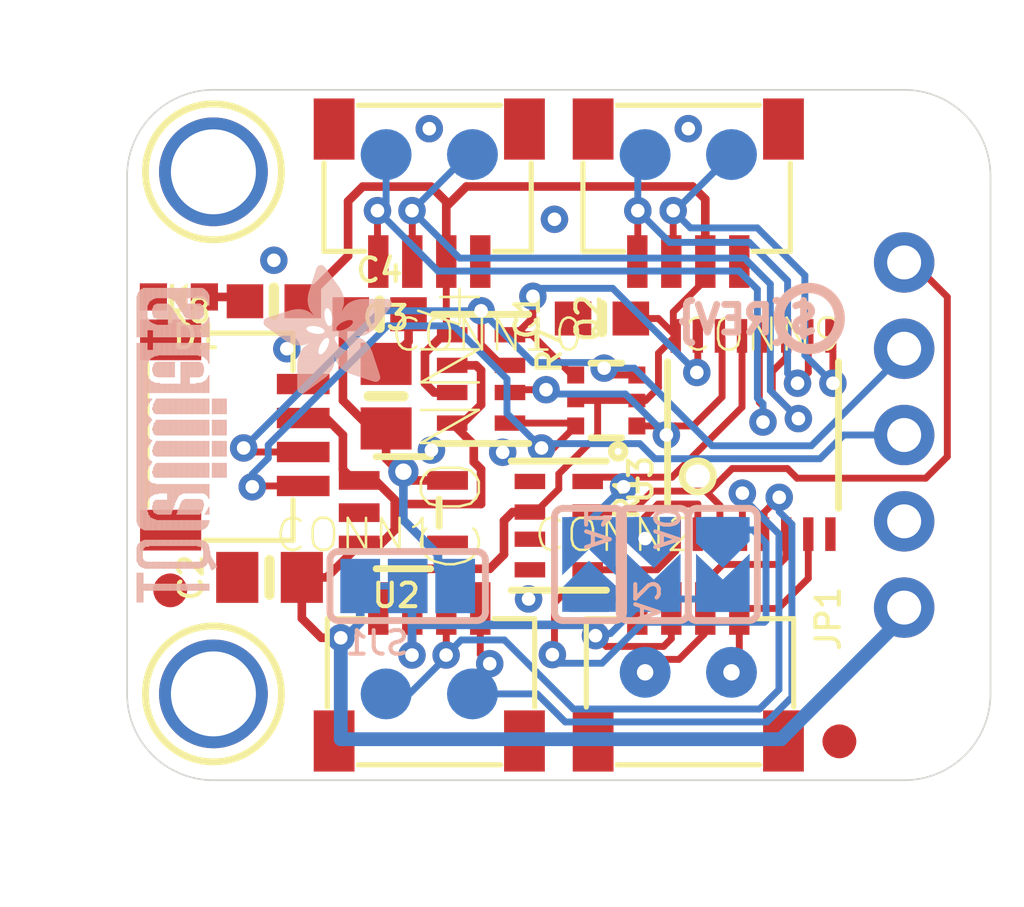
<source format=kicad_pcb>
(kicad_pcb (version 20240108) (generator "pcbnew") (generator_version "8.0")
  (layers (0 "F.Cu" signal) (31 "B.Cu" signal) (34 "B.Paste" user) (35 "F.Paste" user) (36 "B.SilkS" user "B.Silkscreen") (37 "F.SilkS" user "F.Silkscreen") (38 "B.Mask" user) (39 "F.Mask" user) (44 "Edge.Cuts" user))
  (net 0 "")
  (net 1 "SDA_IO")
  (net 2 "SCL_IO")
  (net 3 "VCC")
  (net 4 "RESET")
  (net 5 "A2")
  (net 6 "A1")
  (net 7 "A0")
  (net 8 "GND")
  (net 9 "0SDA")
  (net 10 "0SCL")
  (net 11 "1SDA")
  (net 12 "1SCL")
  (net 13 "2SDA")
  (net 14 "2SCL")
  (net 15 "3SDA")
  (net 16 "3SCL")
  (net 17 "SDA")
  (net 18 "SCL")
  (net 19 "3.3V")
  (net 20 "N$1")
  (net 21 "VCCIO")
  (net 22 "N$2")
  (footprint "1X05_ROUND_70" (layer "F.Cu") (at 158.6611 105.0036 90)
    (property "Reference" "JP1")
    (property "Value" "")
  )
  (footprint "" (layer "F.Cu") (at 158.6611 112.6236)
    (property "Reference" "@HOLE1" (hide yes))
    (property "Value" "")
  )
  (footprint "PLABEL6" (layer "F.Cu") (at 140.7541 98.9076)
    (property "Reference" "PLABEL6" (hide yes))
    (property "Value" "" (hide yes))
  )
  (footprint "PLABEL8" (layer "F.Cu") (at 140.8811 111.0361)
    (property "Reference" "PLABEL8" (hide yes))
    (property "Value" "" (hide yes))
  )
  (footprint "FIDUCIAL_1MM" (layer "F.Cu") (at 156.7561 114.0206)
    (property "Reference" "FID4" (hide yes))
    (property "Value" "FIDUCIAL_1MM" (hide yes))
  )
  (footprint "0603-NO" (layer "F.Cu") (at 143.2306 101.4476)
    (property "Reference" "C4")
    (property "Value" "0.1uF")
  )
  (footprint "MOUNTINGHOLE_2.5_PLATED" (layer "F.Cu") (at 138.3411 97.2566)
    (property "Reference" "U$19" (hide yes))
    (property "Value" "MOUNTINGHOLE2.5" (hide yes))
  )
  (footprint "SOT23-5" (layer "F.Cu") (at 143.9291 107.2896 -90)
    (property "Reference" "U2")
    (property "Value" "AP2112K-3.3")
  )
  (footprint "PLABEL5" (layer "F.Cu") (at 136.1821 100.1776)
    (property "Reference" "PLABEL5" (hide yes))
    (property "Value" "" (hide yes))
  )
  (footprint "PLABEL9" (layer "F.Cu") (at 156.3116 111.0361)
    (property "Reference" "PLABEL9" (hide yes))
    (property "Value" "" (hide yes))
  )
  (footprint "PLABEL7" (layer "F.Cu") (at 156.2481 99.0346)
    (property "Reference" "PLABEL7" (hide yes))
    (property "Value" "" (hide yes))
  )
  (footprint "PLABEL0" (layer "F.Cu") (at 160.3121 110.0836 90)
    (property "Reference" "PLABEL0" (hide yes))
    (property "Value" "" (hide yes))
  )
  (footprint "MOUNTINGHOLE_2.5_PLATED" (layer "F.Cu") (at 138.3411 112.6236)
    (property "Reference" "U$22" (hide yes))
    (property "Value" "MOUNTINGHOLE2.5" (hide yes))
  )
  (footprint "PLABEL1" (layer "F.Cu") (at 160.4391 107.5436 90)
    (property "Reference" "PLABEL1" (hide yes))
    (property "Value" "" (hide yes))
  )
  (footprint "0603-NO" (layer "F.Cu") (at 149.7711 101.5746 180)
    (property "Reference" "C1")
    (property "Value" "1uF")
  )
  (footprint "SOT363" (layer "F.Cu") (at 149.8981 103.9876 90)
    (property "Reference" "Q2")
    (property "Value" "BSS138")
  )
  (footprint "RESPACK_4X0603" (layer "F.Cu") (at 148.5011 107.6706 -90)
    (property "Reference" "R1")
    (property "Value" "10K Pack")
  )
  (footprint "" (layer "F.Cu") (at 158.6611 97.3836)
    (property "Reference" "@HOLE0" (hide yes))
    (property "Value" "")
  )
  (footprint "0805-NO" (layer "F.Cu") (at 143.4211 103.8606 90)
    (property "Reference" "C3")
    (property "Value" "10uF")
  )
  (footprint "0805-NO" (layer "F.Cu") (at 139.9921 109.1946 180)
    (property "Reference" "C2")
    (property "Value" "10uF")
  )
  (footprint "PLABEL3" (layer "F.Cu") (at 160.3121 102.4636 90)
    (property "Reference" "PLABEL3" (hide yes))
    (property "Value" "" (hide yes))
  )
  (footprint "0603-NO" (layer "F.Cu") (at 140.1191 101.0666 180)
    (property "Reference" "R8")
    (property "Value" "10K")
  )
  (footprint "RESPACK_4X0603" (layer "F.Cu") (at 146.2151 103.3526 -90)
    (property "Reference" "R7")
    (property "Value" "10K Pack")
  )
  (footprint "PLABEL2" (layer "F.Cu") (at 160.3121 105.2576 90)
    (property "Reference" "PLABEL2" (hide yes))
    (property "Value" "" (hide yes))
  )
  (footprint "JST_SH4" (layer "F.Cu") (at 138.4681 105.0036 -90)
    (property "Reference" "CONN4")
    (property "Value" "STEMMA_I2C_QT" (hide yes))
  )
  (footprint "JST_SH4" (layer "F.Cu") (at 144.6911 112.1156)
    (property "Reference" "CONN1")
    (property "Value" "STEMMA_I2C_QT" (hide yes))
  )
  (footprint "FIDUCIAL_1MM" (layer "F.Cu") (at 137.0711 109.5756)
    (property "Reference" "FID2" (hide yes))
    (property "Value" "FIDUCIAL_1MM" (hide yes))
  )
  (footprint "JST_SH4" (layer "F.Cu") (at 152.3111 112.1156)
    (property "Reference" "CONN2")
    (property "Value" "STEMMA_I2C_QT" (hide yes))
  )
  (footprint "JST_SH4" (layer "F.Cu") (at 152.3111 97.8916 180)
    (property "Reference" "CONN9")
    (property "Value" "STEMMA_I2C_QT" (hide yes))
  )
  (footprint "CHIPLED_0603_NOOUTLINE" (layer "F.Cu") (at 137.3251 100.9396 90)
    (property "Reference" "D1")
    (property "Value" "GREEN")
  )
  (footprint "JST_SH4" (layer "F.Cu") (at 144.6911 97.8916 180)
    (property "Reference" "CONN10")
    (property "Value" "STEMMA_I2C_QT" (hide yes))
  )
  (footprint "TSSOP16" (layer "F.Cu") (at 154.2161 105.0036)
    (property "Reference" "U3")
    (property "Value" "PCA9546 TSSOP")
  )
  (footprint "PLABEL4" (layer "F.Cu") (at 160.3121 99.4156 90)
    (property "Reference" "PLABEL4" (hide yes))
    (property "Value" "" (hide yes))
  )
  (footprint "TESTPOINT_ROUND_1.5MM_NO" (layer "B.Cu") (at 151.0411 96.7486 90)
    (property "Reference" "TP6" (hide yes))
    (property "Value" "" (hide yes))
  )
  (footprint "PLABEL17" (layer "B.Cu") (at 141.0081 109.1946 90)
    (property "Reference" "PLABEL17" (hide yes))
    (property "Value" "" (hide yes))
  )
  (footprint "PLABEL13" (layer "B.Cu") (at 148.5646 99.6696 180)
    (property "Reference" "PLABEL13" (hide yes))
    (property "Value" "" (hide yes))
  )
  (footprint "TESTPOINT_ROUND_1.5MM_NO" (layer "B.Cu") (at 153.5811 96.7486 90)
    (property "Reference" "TP5" (hide yes))
    (property "Value" "" (hide yes))
  )
  (footprint "TESTPOINT_ROUND_1.5MM_NO" (layer "B.Cu") (at 143.4211 96.7486 90)
    (property "Reference" "TP8" (hide yes))
    (property "Value" "" (hide yes))
  )
  (footprint "PLABEL10" (layer "B.Cu") (at 152.8826 106.9721 90)
    (property "Reference" "PLABEL10" (hide yes))
    (property "Value" "" (hide yes))
  )
  (footprint "PLABEL16" (layer "B.Cu") (at 143.9291 107.6706 180)
    (property "Reference" "PLABEL16" (hide yes))
    (property "Value" "" (hide yes))
  )
  (footprint "SOLDERJUMPER_ARROW_NOPASTE" (layer "B.Cu") (at 149.3901 108.8136 90)
    (property "Reference" "A2")
    (property "Value" "")
  )
  (footprint "PLABEL12" (layer "B.Cu") (at 148.7551 106.9721 90)
    (property "Reference" "PLABEL12" (hide yes))
    (property "Value" "" (hide yes))
  )
  (footprint "SOLDERJUMPER_ARROW_NOPASTE" (layer "B.Cu") (at 151.2951 108.8136 -90)
    (property "Reference" "A1")
    (property "Value" "")
  )
  (footprint "TESTPOINT_ROUND_1.5MM_NO" (layer "B.Cu") (at 143.4211 112.6236 90)
    (property "Reference" "TP1" (hide yes))
    (property "Value" "" (hide yes))
  )
  (footprint "TESTPOINT_ROUND_1.5MM_NO" (layer "B.Cu") (at 151.0411 111.9886 90)
    (property "Reference" "TP3" (hide yes))
    (property "Value" "" (hide yes))
  )
  (footprint "PCBFEAT-REV-040" (layer "B.Cu") (at 155.8671 101.5746 180)
    (property "Reference" "U$29" (hide yes))
    (property "Value" "" (hide yes))
  )
  (footprint "SOLDERJUMPER_ARROW_NOPASTE" (layer "B.Cu") (at 153.3271 108.8136 -90)
    (property "Reference" "A0")
    (property "Value" "")
  )
  (footprint "SOLDERJUMPER_2WAY_OPEN_NOPASTE" (layer "B.Cu") (at 144.0561 109.4486)
    (property "Reference" "SJ1")
    (property "Value" "")
  )
  (footprint "TESTPOINT_ROUND_1.5MM_NO" (layer "B.Cu") (at 153.5811 111.9886 90)
    (property "Reference" "TP4" (hide yes))
    (property "Value" "" (hide yes))
  )
  (footprint "STEMMAQT" (layer "B.Cu") (at 138.7221 100.6856 -90)
    (property "Reference" "U$31" (hide yes))
    (property "Value" "" (hide yes))
  )
  (footprint "ADAFRUIT_3.5MM" (layer "B.Cu") (at 143.6116 103.7971 180)
    (property "Reference" "U$28" (hide yes))
    (property "Value" "" (hide yes))
  )
  (footprint "PLABEL18" (layer "B.Cu") (at 147.1041 109.4486 90)
    (property "Reference" "PLABEL18" (hide yes))
    (property "Value" "" (hide yes))
  )
  (footprint "TESTPOINT_ROUND_1.5MM_NO" (layer "B.Cu") (at 145.9611 112.6236 90)
    (property "Reference" "TP2" (hide yes))
    (property "Value" "" (hide yes))
  )
  (footprint "PLABEL14" (layer "B.Cu") (at 148.3741 103.0986 180)
    (property "Reference" "PLABEL14" (hide yes))
    (property "Value" "" (hide yes))
  )
  (footprint "TESTPOINT_ROUND_1.5MM_NO" (layer "B.Cu") (at 145.9611 96.7486 90)
    (property "Reference" "TP7" (hide yes))
    (property "Value" "" (hide yes))
  )
  (footprint "PLABEL15" (layer "B.Cu") (at 148.6281 114.1476 180)
    (property "Reference" "PLABEL15" (hide yes))
    (property "Value" "" (hide yes))
  )
  (footprint "PLABEL11" (layer "B.Cu") (at 150.9141 106.9086 90)
    (property "Reference" "PLABEL11" (hide yes))
    (property "Value" "" (hide yes))
  )
  (gr_arc (start 158.6611 94.8436) (mid 160.457151 95.587549) (end 161.2011 97.3836) (stroke (width 0.05)) (layer "Edge.Cuts"))
  (gr_line (start 135.8011 97.3836) (end 135.8011 112.6236) (stroke (width 0.05)) (layer "Edge.Cuts"))
  (gr_arc (start 138.3411 115.1636) (mid 136.545049 114.419651) (end 135.8011 112.6236) (stroke (width 0.05)) (layer "Edge.Cuts"))
  (gr_line (start 138.3411 115.1636) (end 158.6611 115.1636) (stroke (width 0.05)) (layer "Edge.Cuts"))
  (gr_line (start 158.6611 94.8436) (end 138.3411 94.8436) (stroke (width 0.05)) (layer "Edge.Cuts"))
  (gr_line (start 161.2011 112.6236) (end 161.2011 97.3836) (stroke (width 0.05)) (layer "Edge.Cuts"))
  (gr_arc (start 161.2011 112.6236) (mid 160.457151 114.419651) (end 158.6611 115.1636) (stroke (width 0.05)) (layer "Edge.Cuts"))
  (gr_arc (start 135.8011 97.3836) (mid 136.545049 95.587549) (end 138.3411 94.8436) (stroke (width 0.05)) (layer "Edge.Cuts"))
  (segment (start 148.8941 103.2376) (end 148.9981 103.2376) (width 0.2032) (layer "F.Cu") (net 1))
  (segment (start 152.5911 103.13265) (end 152.56165 103.1621) (width 0.2032) (layer "F.Cu") (net 1))
  (segment (start 147.2311 102.0526) (end 147.7091 102.0526) (width 0.2032) (layer "F.Cu") (net 1))
  (segment (start 152.5911 102.0858) (end 152.5911 103.13265) (width 0.2032) (layer "F.Cu") (net 1))
  (segment (start 147.7391 100.92055) (end 147.7391 101.5446) (width 0.2032) (layer "F.Cu") (net 1))
  (segment (start 147.7391 101.5446) (end 147.2311 102.0526) (width 0.2032) (layer "F.Cu") (net 1))
  (segment (start 147.7091 102.0526) (end 148.8941 103.2376) (width 0.2032) (layer "F.Cu") (net 1))
  (segment (start 147.0651 102.0526) (end 147.2311 102.0526) (width 0.2032) (layer "F.Cu") (net 1))
  (via (at 147.7391 100.92055) (size 0.8064) (drill 0.4) (layers "F.Cu" "B.Cu") (net 1))
  (via (at 152.56165 103.1621) (size 0.8064) (drill 0.4) (layers "F.Cu" "B.Cu") (net 1))
  (segment (start 150.08515 100.6856) (end 147.97405 100.6856) (width 0.2032) (layer "B.Cu") (net 1))
  (segment (start 147.97405 100.6856) (end 147.7391 100.92055) (width 0.2032) (layer "B.Cu") (net 1))
  (segment (start 152.56165 103.1621) (end 150.08515 100.6856) (width 0.2032) (layer "B.Cu") (net 1))
  (segment (start 152.4501 104.7376) (end 151.9301 104.7376) (width 0.2032) (layer "F.Cu") (net 2))
  (segment (start 148.1258 103.6701) (end 147.1476 103.6701) (width 0.2032) (layer "F.Cu") (net 2))
  (segment (start 151.9301 104.7376) (end 150.7981 104.7376) (width 0.2032) (layer "F.Cu") (net 2))
  (segment (start 153.2411 102.0858) (end 153.3046 102.1493) (width 0.2032) (layer "F.Cu") (net 2))
  (segment (start 147.0651 103.7526) (end 147.1476 103.6701) (width 0.2032) (layer "F.Cu") (net 2))
  (segment (start 151.9301 104.7376) (end 151.666225 105.001475) (width 0.2032) (layer "F.Cu") (net 2))
  (segment (start 153.3046 102.1493) (end 153.3046 103.8831) (width 0.2032) (layer "F.Cu") (net 2))
  (segment (start 153.3046 103.8831) (end 152.4501 104.7376) (width 0.2032) (layer "F.Cu") (net 2))
  (via (at 151.666225 105.001475) (size 0.8064) (drill 0.4) (layers "F.Cu" "B.Cu") (net 2))
  (via (at 148.1258 103.6701) (size 0.8064) (drill 0.4) (layers "F.Cu" "B.Cu") (net 2))
  (segment (start 150.46185 103.7971) (end 151.666225 105.001475) (width 0.2032) (layer "B.Cu") (net 2))
  (segment (start 148.1258 103.6701) (end 148.2528 103.7971) (width 0.2032) (layer "B.Cu") (net 2))
  (segment (start 150.46185 103.7971) (end 148.2528 103.7971) (width 0.2032) (layer "B.Cu") (net 2))
  (segment (start 143.1061 106.3396) (end 143.6751 106.9086) (width 0.254) (layer "F.Cu") (net 3))
  (segment (start 140.9421 110.3986) (end 140.9421 109.1946) (width 0.254) (layer "F.Cu") (net 3))
  (segment (start 141.5161 110.9726) (end 140.9421 110.3986) (width 0.254) (layer "F.Cu") (net 3))
  (segment (start 142.4711 106.3396) (end 142.629 106.3396) (width 0.254) (layer "F.Cu") (net 3))
  (segment (start 143.6751 106.9086) (end 143.6751 107.0356) (width 0.254) (layer "F.Cu") (net 3))
  (segment (start 146.2151 103.0986) (end 146.2151 104.1146) (width 0.254) (layer "F.Cu") (net 3))
  (segment (start 145.3651 102.9526) (end 146.0691 102.9526) (width 0.254) (layer "F.Cu") (net 3))
  (segment (start 143.6751 107.0356) (end 146.2151 107.0356) (width 0.254) (layer "F.Cu") (net 3))
  (segment (start 142.629 106.3396) (end 143.1061 106.3396) (width 0.254) (layer "F.Cu") (net 3))
  (segment (start 145.6771 104.6526) (end 145.3651 104.6526) (width 0.254) (layer "F.Cu") (net 3))
  (segment (start 142.0876 110.9726) (end 141.5161 110.9726) (width 0.254) (layer "F.Cu") (net 3))
  (segment (start 141.674 109.1946) (end 140.9421 109.1946) (width 0.254) (layer "F.Cu") (net 3))
  (segment (start 146.2151 104.1146) (end 145.6771 104.6526) (width 0.254) (layer "F.Cu") (net 3))
  (segment (start 142.1511 105.0036) (end 142.1511 106.0196) (width 0.254) (layer "F.Cu") (net 3))
  (segment (start 142.629 108.2396) (end 141.674 109.1946) (width 0.254) (layer "F.Cu") (net 3))
  (segment (start 146.0691 102.9526) (end 146.2151 103.0986) (width 0.254) (layer "F.Cu") (net 3))
  (segment (start 140.9821 104.5036) (end 141.6511 104.5036) (width 0.254) (layer "F.Cu") (net 3))
  (segment (start 141.6511 104.5036) (end 142.1511 105.0036) (width 0.254) (layer "F.Cu") (net 3))
  (segment (start 146.2151 106.0106) (end 146.0001 105.7956) (width 0.254) (layer "F.Cu") (net 3))
  (segment (start 143.6751 107.0356) (end 143.6751 107.7976) (width 0.254) (layer "F.Cu") (net 3))
  (segment (start 143.2331 108.2396) (end 142.629 108.2396) (width 0.254) (layer "F.Cu") (net 3))
  (segment (start 143.2331 108.2396) (end 143.6751 107.7976) (width 0.254) (layer "F.Cu") (net 3))
  (segment (start 146.0001 105.2876) (end 146.0001 105.7956) (width 0.254) (layer "F.Cu") (net 3))
  (segment (start 146.0001 105.2876) (end 145.3651 104.6526) (width 0.254) (layer "F.Cu") (net 3))
  (segment (start 142.1511 106.0196) (end 142.4711 106.3396) (width 0.254) (layer "F.Cu") (net 3))
  (segment (start 146.2151 107.0356) (end 146.2151 106.0106) (width 0.254) (layer "F.Cu") (net 3))
  (via (at 142.0876 110.9726) (size 0.8064) (drill 0.4) (layers "F.Cu" "B.Cu") (net 3))
  (segment (start 142.0876 113.9571) (end 155.0416 113.9571) (width 0.4064) (layer "B.Cu") (net 3))
  (segment (start 142.0876 110.9726) (end 142.2146 110.9726) (width 0.254) (layer "B.Cu") (net 3))
  (segment (start 158.6611 110.3376) (end 158.6611 110.0836) (width 0.4064) (layer "B.Cu") (net 3))
  (segment (start 142.6591 109.4486) (end 142.6591 110.5281) (width 0.254) (layer "B.Cu") (net 3))
  (segment (start 142.6591 110.5281) (end 142.2146 110.9726) (width 0.254) (layer "B.Cu") (net 3))
  (segment (start 155.0416 113.9571) (end 158.6611 110.3376) (width 0.4064) (layer "B.Cu") (net 3))
  (segment (start 142.0876 110.9726) (end 142.0876 113.9571) (width 0.4064) (layer "B.Cu") (net 3))
  (segment (start 152.8191 106.6546) (end 152.93835 106.6546) (width 0.2032) (layer "F.Cu") (net 4))
  (segment (start 152.8191 106.6546) (end 153.2411 107.0766) (width 0.2032) (layer "F.Cu") (net 4))
  (segment (start 159.9311 105.6386) (end 159.9311 100.938232) (width 0.2032) (layer "F.Cu") (net 4))
  (segment (start 159.2961 106.2736) (end 159.9311 105.6386) (width 0.2032) (layer "F.Cu") (net 4))
  (segment (start 153.2411 107.0766) (end 153.2411 107.9214) (width 0.2032) (layer "F.Cu") (net 4))
  (segment (start 150.648281 107.2706) (end 151.264281 106.6546) (width 0.2032) (layer "F.Cu") (net 4))
  (segment (start 155.50935 106.2736) (end 159.2961 106.2736) (width 0.2032) (layer "F.Cu") (net 4))
  (segment (start 151.264281 106.6546) (end 152.8191 106.6546) (width 0.2032) (layer "F.Cu") (net 4))
  (segment (start 159.9311 100.938232) (end 158.916468 99.9236) (width 0.2032) (layer "F.Cu") (net 4))
  (segment (start 158.6611 99.9236) (end 158.916468 99.9236) (width 0.2032) (layer "F.Cu") (net 4))
  (segment (start 153.602625 105.990325) (end 155.226075 105.990325) (width 0.2032) (layer "F.Cu") (net 4))
  (segment (start 152.93835 106.6546) (end 153.602625 105.990325) (width 0.2032) (layer "F.Cu") (net 4))
  (segment (start 149.3511 107.2706) (end 150.648281 107.2706) (width 0.2032) (layer "F.Cu") (net 4))
  (segment (start 155.226075 105.990325) (end 155.50935 106.2736) (width 0.2032) (layer "F.Cu") (net 4))
  (segment (start 150.4061 106.2436) (end 149.4781 106.2436) (width 0.2032) (layer "F.Cu") (net 5))
  (segment (start 149.4781 106.2436) (end 149.3511 106.3706) (width 0.2032) (layer "F.Cu") (net 5))
  (segment (start 151.8331 106.2436) (end 150.4061 106.2436) (width 0.2032) (layer "F.Cu") (net 5))
  (segment (start 153.8911 102.0858) (end 153.8911 104.1856) (width 0.2032) (layer "F.Cu") (net 5))
  (segment (start 153.8911 104.1856) (end 151.8331 106.2436) (width 0.2032) (layer "F.Cu") (net 5))
  (segment (start 150.4061 106.5276) (end 150.4061 106.2436) (width 0.2032) (layer "F.Cu") (net 5))
  (via (at 150.4061 106.5276) (size 0.8064) (drill 0.4) (layers "F.Cu" "B.Cu") (net 5))
  (segment (start 149.3901 107.7976) (end 149.3901 107.5436) (width 0.2032) (layer "B.Cu") (net 5))
  (segment (start 149.3901 107.5436) (end 150.4061 106.5276) (width 0.2032) (layer "B.Cu") (net 5))
  (segment (start 151.4221 107.0356) (end 151.0411 107.4166) (width 0.2032) (layer "F.Cu") (net 6))
  (segment (start 151.0411 107.4166) (end 151.0411 108.0516) (width 0.2032) (layer "F.Cu") (net 6))
  (segment (start 151.0411 107.4166) (end 150.3871 108.0706) (width 0.2032) (layer "F.Cu") (net 6))
  (segment (start 152.5911 107.0356) (end 152.5911 107.9214) (width 0.2032) (layer "F.Cu") (net 6))
  (segment (start 149.3511 108.0706) (end 150.3871 108.0706) (width 0.2032) (layer "F.Cu") (net 6))
  (segment (start 151.4221 107.0356) (end 152.5911 107.0356) (width 0.2032) (layer "F.Cu") (net 6))
  (via (at 151.0411 108.0516) (size 0.8064) (drill 0.4) (layers "F.Cu" "B.Cu") (net 6))
  (segment (start 151.2951 107.7976) (end 151.0411 108.0516) (width 0.2032) (layer "B.Cu") (net 6))
  (segment (start 151.3921 108.9706) (end 151.9411 108.4216) (width 0.2032) (layer "F.Cu") (net 7))
  (segment (start 148.3741 111.406375) (end 148.312575 111.4679) (width 0.2032) (layer "F.Cu") (net 7))
  (segment (start 149.3511 108.9706) (end 148.3741 109.9476) (width 0.2032) (layer "F.Cu") (net 7))
  (segment (start 149.3511 108.9706) (end 151.3921 108.9706) (width 0.2032) (layer "F.Cu") (net 7))
  (segment (start 148.3741 109.9476) (end 148.3741 111.406375) (width 0.2032) (layer "F.Cu") (net 7))
  (segment (start 151.9411 108.4216) (end 151.9411 107.9214) (width 0.2032) (layer "F.Cu") (net 7))
  (via (at 148.312575 111.4679) (size 0.8064) (drill 0.4) (layers "F.Cu" "B.Cu") (net 7))
  (segment (start 150.979575 110.5154) (end 153.6446 110.5154) (width 0.2032) (layer "B.Cu") (net 7))
  (segment (start 149.773075 111.7219) (end 148.566575 111.7219) (width 0.2032) (layer "B.Cu") (net 7))
  (segment (start 154.5971 110.4646) (end 154.5971 108.1786) (width 0.2032) (layer "B.Cu") (net 7))
  (segment (start 154.5971 108.1786) (end 154.2161 107.7976) (width 0.2032) (layer "B.Cu") (net 7))
  (segment (start 150.979575 110.5154) (end 149.773075 111.7219) (width 0.2032) (layer "B.Cu") (net 7))
  (segment (start 148.312575 111.4679) (end 148.566575 111.7219) (width 0.2032) (layer "B.Cu") (net 7))
  (segment (start 154.2161 107.7976) (end 153.3271 107.7976) (width 0.2032) (layer "B.Cu") (net 7))
  (segment (start 153.6446 110.5154) (end 154.5463 110.5154) (width 0.2032) (layer "B.Cu") (net 7))
  (segment (start 154.5463 110.5154) (end 154.5971 110.4646) (width 0.2032) (layer "B.Cu") (net 7))
  (segment (start 144.0806 102.2511) (end 143.4211 102.9106) (width 0.254) (layer "F.Cu") (net 8))
  (segment (start 144.0806 101.4476) (end 144.0806 102.2511) (width 0.254) (layer "F.Cu") (net 8))
  (via (at 140.5001 102.4636) (size 0.8064) (drill 0.4) (layers "F.Cu" "B.Cu") (net 8))
  (via (at 144.7546 105.4481) (size 0.8064) (drill 0.4) (layers "F.Cu" "B.Cu") (net 8))
  (via (at 152.3111 95.9866) (size 0.8064) (drill 0.4) (layers "F.Cu" "B.Cu") (net 8))
  (via (at 140.1191 99.8601) (size 0.8064) (drill 0.4) (layers "F.Cu" "B.Cu") (net 8))
  (via (at 148.3741 98.6536) (size 0.8064) (drill 0.4) (layers "F.Cu" "B.Cu") (net 8))
  (via (at 146.8501 105.5116) (size 0.8064) (drill 0.4) (layers "F.Cu" "B.Cu") (net 8))
  (via (at 147.6121 109.8296) (size 0.8064) (drill 0.4) (layers "F.Cu" "B.Cu") (net 8))
  (via (at 144.6911 95.9866) (size 0.8064) (drill 0.4) (layers "F.Cu" "B.Cu") (net 8))
  (segment (start 145.1911 110.1096) (end 145.1911 111.4806) (width 0.2032) (layer "F.Cu") (net 9))
  (segment (start 153.902475 106.714225) (end 153.902475 107.910025) (width 0.2032) (layer "F.Cu") (net 9))
  (segment (start 153.902475 107.910025) (end 153.8911 107.9214) (width 0.2032) (layer "F.Cu") (net 9))
  (segment (start 145.1864 111.4806) (end 145.1911 111.4806) (width 0.2032) (layer "F.Cu") (net 9))
  (via (at 153.902475 106.714225) (size 0.8064) (drill 0.4) (layers "F.Cu" "B.Cu") (net 9))
  (via (at 145.1864 111.4806) (size 0.8064) (drill 0.4) (layers "F.Cu" "B.Cu") (net 9))
  (segment (start 143.571118 113.159382) (end 143.4211 112.6236) (width 0.2032) (layer "B.Cu") (net 9))
  (segment (start 154.4066 113.0681) (end 154.9781 112.4966) (width 0.2032) (layer "B.Cu") (net 9))
  (segment (start 145.1864 111.4806) (end 145.1864 111.5441) (width 0.2032) (layer "B.Cu") (net 9))
  (segment (start 154.9781 112.4966) (end 154.9781 107.91685) (width 0.2032) (layer "B.Cu") (net 9))
  (segment (start 145.1864 111.4806) (end 145.6309 111.0361) (width 0.2032) (layer "B.Cu") (net 9))
  (segment (start 154.9781 107.91685) (end 153.902475 106.841225) (width 0.2032) (layer "B.Cu") (net 9))
  (segment (start 148.9329 113.0681) (end 146.9009 111.0361) (width 0.2032) (layer "B.Cu") (net 9))
  (segment (start 146.9009 111.0361) (end 145.6309 111.0361) (width 0.2032) (layer "B.Cu") (net 9))
  (segment (start 145.1864 111.5441) (end 143.571118 113.159382) (width 0.2032) (layer "B.Cu") (net 9))
  (segment (start 148.9329 113.0681) (end 154.4066 113.0681) (width 0.2032) (layer "B.Cu") (net 9))
  (segment (start 153.902475 106.841225) (end 153.902475 106.714225) (width 0.2032) (layer "B.Cu") (net 9))
  (segment (start 154.5411 107.2821) (end 154.98585 106.83735) (width 0.2032) (layer "F.Cu") (net 10))
  (segment (start 154.5411 107.9214) (end 154.5411 107.2821) (width 0.2032) (layer "F.Cu") (net 10))
  (segment (start 146.1911 111.4566) (end 146.4691 111.7346) (width 0.2032) (layer "F.Cu") (net 10))
  (segment (start 146.1911 110.1096) (end 146.1911 111.4566) (width 0.2032) (layer "F.Cu") (net 10))
  (via (at 154.98585 106.83735) (size 0.8064) (drill 0.4) (layers "F.Cu" "B.Cu") (net 10))
  (via (at 146.4691 111.7346) (size 0.8064) (drill 0.4) (layers "F.Cu" "B.Cu") (net 10))
  (segment (start 145.9611 112.2426) (end 146.4691 111.7346) (width 0.2032) (layer "B.Cu") (net 10))
  (segment (start 154.98585 107.258782) (end 155.3591 107.632032) (width 0.2032) (layer "B.Cu") (net 10))
  (segment (start 148.6916 113.4491) (end 147.8661 112.6236) (width 0.2032) (layer "B.Cu") (net 10))
  (segment (start 145.9611 112.6236) (end 145.9611 112.2426) (width 0.2032) (layer "B.Cu") (net 10))
  (segment (start 154.98585 106.83735) (end 154.98585 107.258782) (width 0.2032) (layer "B.Cu") (net 10))
  (segment (start 154.627918 113.4491) (end 148.6916 113.4491) (width 0.2032) (layer "B.Cu") (net 10))
  (segment (start 155.3591 107.632032) (end 155.3591 112.717919) (width 0.2032) (layer "B.Cu") (net 10))
  (segment (start 155.3591 112.717919) (end 154.627918 113.4491) (width 0.2032) (layer "B.Cu") (net 10))
  (segment (start 145.9611 112.6236) (end 147.8661 112.6236) (width 0.2032) (layer "B.Cu") (net 10))
  (segment (start 152.037231 111.6076) (end 151.4221 111.6076) (width 0.2032) (layer "F.Cu") (net 11))
  (segment (start 154.9781 108.8136) (end 153.3271 108.8136) (width 0.2032) (layer "F.Cu") (net 11))
  (segment (start 151.4221 111.6076) (end 151.0411 111.9886) (width 0.2032) (layer "F.Cu") (net 11))
  (segment (start 152.8111 109.3296) (end 152.8111 110.1096) (width 0.2032) (layer "F.Cu") (net 11))
  (segment (start 155.1911 108.6006) (end 154.9781 108.8136) (width 0.2032) (layer "F.Cu") (net 11))
  (segment (start 153.3271 108.8136) (end 152.8111 109.3296) (width 0.2032) (layer "F.Cu") (net 11))
  (segment (start 152.8111 110.1096) (end 152.773231 110.147469) (width 0.2032) (layer "F.Cu") (net 11))
  (segment (start 152.773231 110.147469) (end 152.773231 110.8716) (width 0.2032) (layer "F.Cu") (net 11))
  (segment (start 152.773231 110.8716) (end 152.037231 111.6076) (width 0.2032) (layer "F.Cu") (net 11))
  (segment (start 155.1911 107.9214) (end 155.1911 108.6006) (width 0.2032) (layer "F.Cu") (net 11))
  (via (at 151.0411 111.9886) (size 0.889) (drill 0.4826) (layers "F.Cu" "B.Cu") (net 11))
  (segment (start 153.8111 110.1096) (end 153.8111 111.9886) (width 0.2032) (layer "F.Cu") (net 12))
  (segment (start 155.8411 107.9214) (end 155.8411 109.2226) (width 0.2032) (layer "F.Cu") (net 12))
  (segment (start 155.8411 109.2226) (end 154.9541 110.1096) (width 0.2032) (layer "F.Cu") (net 12))
  (segment (start 153.5811 111.9886) (end 153.8111 111.9886) (width 0.2032) (layer "F.Cu") (net 12))
  (segment (start 154.9541 110.1096) (end 153.8111 110.1096) (width 0.2032) (layer "F.Cu") (net 12))
  (via (at 153.5811 111.9886) (size 0.889) (drill 0.4826) (layers "F.Cu" "B.Cu") (net 12))
  (segment (start 151.8666 98.3996) (end 151.8666 100.3501) (width 0.2032) (layer "F.Cu") (net 13))
  (segment (start 151.8111 99.8976) (end 151.8666 100.3501) (width 0.2032) (layer "F.Cu") (net 13))
  (segment (start 156.5656 102.1603) (end 156.5656 103.4796) (width 0.2032) (layer "F.Cu") (net 13))
  (segment (start 156.4911 102.0858) (end 156.5656 102.1603) (width 0.2032) (layer "F.Cu") (net 13))
  (via (at 151.8666 98.3996) (size 0.8064) (drill 0.4) (layers "F.Cu" "B.Cu") (net 13))
  (via (at 156.5656 103.4796) (size 0.8064) (drill 0.4) (layers "F.Cu" "B.Cu") (net 13))
  (segment (start 151.9301 98.3996) (end 153.5811 96.7486) (width 0.2032) (layer "B.Cu") (net 13))
  (segment (start 155.7401 100.3046) (end 155.7401 102.6541) (width 0.2032) (layer "B.Cu") (net 13))
  (segment (start 152.3746 98.9076) (end 151.8666 98.3996) (width 0.2032) (layer "B.Cu") (net 13))
  (segment (start 151.8666 98.3996) (end 151.9301 98.3996) (width 0.2032) (layer "B.Cu") (net 13))
  (segment (start 155.7401 100.3046) (end 154.3431 98.9076) (width 0.2032) (layer "B.Cu") (net 13))
  (segment (start 156.5656 103.4796) (end 155.7401 102.6541) (width 0.2032) (layer "B.Cu") (net 13))
  (segment (start 154.3431 98.9076) (end 152.3746 98.9076) (width 0.2032) (layer "B.Cu") (net 13))
  (segment (start 155.8411 103.1627) (end 155.5242 103.4796) (width 0.2032) (layer "F.Cu") (net 14))
  (segment (start 150.8252 100.3915) (end 150.8111 99.8976) (width 0.2032) (layer "F.Cu") (net 14))
  (segment (start 150.8252 98.3996) (end 150.8252 100.3915) (width 0.2032) (layer "F.Cu") (net 14))
  (segment (start 155.8411 102.0858) (end 155.8411 103.1627) (width 0.2032) (layer "F.Cu") (net 14))
  (via (at 155.5242 103.4796) (size 0.8064) (drill 0.4) (layers "F.Cu" "B.Cu") (net 14))
  (via (at 150.8252 98.3996) (size 0.8064) (drill 0.4) (layers "F.Cu" "B.Cu") (net 14))
  (segment (start 151.75865 99.33305) (end 150.8252 98.3996) (width 0.2032) (layer "B.Cu") (net 14))
  (segment (start 155.5242 103.4796) (end 155.2321 103.1875) (width 0.2032) (layer "B.Cu") (net 14))
  (segment (start 150.8252 98.3996) (end 150.8252 96.9645) (width 0.2032) (layer "B.Cu") (net 14))
  (segment (start 155.2321 100.462419) (end 154.102731 99.33305) (width 0.2032) (layer "B.Cu") (net 14))
  (segment (start 150.8252 96.9645) (end 151.0411 96.7486) (width 0.2032) (layer "B.Cu") (net 14))
  (segment (start 155.2321 100.462419) (end 155.2321 103.1875) (width 0.2032) (layer "B.Cu") (net 14))
  (segment (start 154.102731 99.33305) (end 151.75865 99.33305) (width 0.2032) (layer "B.Cu") (net 14))
  (segment (start 155.1911 102.724813) (end 154.78125 103.134663) (width 0.2032) (layer "F.Cu") (net 15))
  (segment (start 155.1911 102.0858) (end 155.1911 102.724813) (width 0.2032) (layer "F.Cu") (net 15))
  (segment (start 144.1831 98.3996) (end 144.1911 98.4076) (width 0.2032) (layer "F.Cu") (net 15))
  (segment (start 154.78125 103.134663) (end 154.78125 103.75265) (width 0.2032) (layer "F.Cu") (net 15))
  (segment (start 154.78125 103.75265) (end 155.5496 104.521) (width 0.2032) (layer "F.Cu") (net 15))
  (segment (start 144.1911 98.4076) (end 144.1911 99.8976) (width 0.2032) (layer "F.Cu") (net 15))
  (via (at 155.5496 104.521) (size 0.8064) (drill 0.4) (layers "F.Cu" "B.Cu") (net 15))
  (via (at 144.1831 98.3996) (size 0.8064) (drill 0.4) (layers "F.Cu" "B.Cu") (net 15))
  (segment (start 155.5496 104.521) (end 154.7241 103.6955) (width 0.2032) (layer "B.Cu") (net 15))
  (segment (start 154.7241 100.5586) (end 153.9621 99.7966) (width 0.2032) (layer "B.Cu") (net 15))
  (segment (start 153.9621 99.7966) (end 145.5801 99.7966) (width 0.2032) (layer "B.Cu") (net 15))
  (segment (start 154.7241 103.6955) (end 154.7241 100.5586) (width 0.2032) (layer "B.Cu") (net 15))
  (segment (start 145.5801 99.7966) (end 144.1831 98.3996) (width 0.2032) (layer "B.Cu") (net 15))
  (segment (start 145.8341 96.7486) (end 145.9611 96.7486) (width 0.2032) (layer "B.Cu") (net 15))
  (segment (start 144.1831 98.3996) (end 145.8341 96.7486) (width 0.2032) (layer "B.Cu") (net 15))
  (segment (start 154.5082 104.6226) (end 154.5082 104.145419) (width 0.2032) (layer "F.Cu") (net 16))
  (segment (start 143.1671 100.3816) (end 143.1671 98.3996) (width 0.2032) (layer "F.Cu") (net 16))
  (segment (start 154.40025 102.22665) (end 154.5411 102.0858) (width 0.2032) (layer "F.Cu") (net 16))
  (segment (start 143.1911 99.8976) (end 143.1671 100.3816) (width 0.2032) (layer "F.Cu") (net 16))
  (segment (start 154.5082 104.145419) (end 154.40025 104.037469) (width 0.2032) (layer "F.Cu") (net 16))
  (segment (start 154.40025 104.037469) (end 154.40025 102.22665) (width 0.2032) (layer "F.Cu") (net 16))
  (via (at 143.1671 98.3996) (size 0.8064) (drill 0.4) (layers "F.Cu" "B.Cu") (net 16))
  (via (at 154.5082 104.6226) (size 0.8064) (drill 0.4) (layers "F.Cu" "B.Cu") (net 16))
  (segment (start 153.804281 100.1776) (end 154.3431 100.716419) (width 0.2032) (layer "B.Cu") (net 16))
  (segment (start 144.9451 100.1776) (end 153.804281 100.1776) (width 0.2032) (layer "B.Cu") (net 16))
  (segment (start 154.3431 100.716419) (end 154.3431 103.916819) (width 0.2032) (layer "B.Cu") (net 16))
  (segment (start 143.1671 98.3996) (end 144.9451 100.1776) (width 0.2032) (layer "B.Cu") (net 16))
  (segment (start 143.4211 98.1456) (end 143.4211 96.7486) (width 0.2032) (layer "B.Cu") (net 16))
  (segment (start 154.3431 103.916819) (end 154.5082 104.081919) (width 0.2032) (layer "B.Cu") (net 16))
  (segment (start 143.1671 98.3996) (end 143.4211 98.1456) (width 0.2032) (layer "B.Cu") (net 16))
  (segment (start 154.5082 104.081919) (end 154.5082 104.6226) (width 0.2032) (layer "B.Cu") (net 16))
  (segment (start 139.3491 105.5036) (end 139.2301 105.3846) (width 0.2032) (layer "F.Cu") (net 17))
  (segment (start 146.8311 102.9526) (end 146.2151 102.3366) (width 0.2032) (layer "F.Cu") (net 17))
  (segment (start 150.0371 103.2376) (end 149.8346 103.0351) (width 0.2032) (layer "F.Cu") (net 17))
  (segment (start 150.7981 103.2376) (end 150.0371 103.2376) (width 0.2032) (layer "F.Cu") (net 17))
  (segment (start 140.9821 105.5036) (end 139.3491 105.5036) (width 0.2032) (layer "F.Cu") (net 17))
  (segment (start 147.0651 102.9526) (end 146.8311 102.9526) (width 0.2032) (layer "F.Cu") (net 17))
  (segment (start 146.2151 102.3366) (end 146.2151 101.346894) (width 0.2032) (layer "F.Cu") (net 17))
  (via (at 146.2151 101.346894) (size 0.8064) (drill 0.4) (layers "F.Cu" "B.Cu") (net 17))
  (via (at 139.2301 105.3846) (size 0.8064) (drill 0.4) (layers "F.Cu" "B.Cu") (net 17))
  (via (at 149.8346 103.0351) (size 0.8064) (drill 0.4) (layers "F.Cu" "B.Cu") (net 17))
  (segment (start 149.670393 102.870894) (end 147.7391 102.870894) (width 0.2032) (layer "B.Cu") (net 17))
  (segment (start 139.2301 105.3846) (end 143.267806 101.346894) (width 0.2032) (layer "B.Cu") (net 17))
  (segment (start 153.0096 105.3211) (end 155.9306 105.3211) (width 0.2032) (layer "B.Cu") (net 17))
  (segment (start 150.7236 103.0351) (end 153.0096 105.3211) (width 0.2032) (layer "B.Cu") (net 17))
  (segment (start 149.8346 103.0351) (end 149.670393 102.870894) (width 0.2032) (layer "B.Cu") (net 17))
  (segment (start 158.6611 102.5906) (end 158.6611 102.4636) (width 0.2032) (layer "B.Cu") (net 17))
  (segment (start 155.9306 105.3211) (end 158.6611 102.5906) (width 0.2032) (layer "B.Cu") (net 17))
  (segment (start 146.2151 101.346894) (end 147.7391 102.870894) (width 0.2032) (layer "B.Cu") (net 17))
  (segment (start 149.8346 103.0351) (end 150.7236 103.0351) (width 0.2032) (layer "B.Cu") (net 17))
  (segment (start 143.267806 101.346894) (end 146.2151 101.346894) (width 0.2032) (layer "B.Cu") (net 17))
  (segment (start 140.9821 106.5036) (end 139.5081 106.5036) (width 0.2032) (layer "F.Cu") (net 18))
  (segment (start 139.5081 106.5036) (end 139.4841 106.5276) (width 0.2032) (layer "F.Cu") (net 18))
  (segment (start 148.9981 104.7376) (end 148.3511 105.3846) (width 0.2032) (layer "F.Cu") (net 18))
  (segment (start 147.0651 104.6526) (end 148.9131 104.6526) (width 0.2032) (layer "F.Cu") (net 18))
  (segment (start 148.3511 105.3846) (end 147.9931 105.3846) (width 0.2032) (layer "F.Cu") (net 18))
  (segment (start 148.9131 104.6526) (end 148.9981 104.7376) (width 0.2032) (layer "F.Cu") (net 18))
  (via (at 147.9931 105.3846) (size 0.8064) (drill 0.4) (layers "F.Cu" "B.Cu") (net 18))
  (via (at 139.4841 106.5276) (size 0.8064) (drill 0.4) (layers "F.Cu" "B.Cu") (net 18))
  (segment (start 139.4841 106.5276) (end 139.4841 106.15435) (width 0.2032) (layer "B.Cu") (net 18))
  (segment (start 146.9771 103.3526) (end 145.415893 101.791394) (width 0.2032) (layer "B.Cu") (net 18))
  (segment (start 156.1846 105.7021) (end 151.327781 105.7021) (width 0.2032) (layer "B.Cu") (net 18))
  (segment (start 147.9931 105.3846) (end 146.9771 104.3686) (width 0.2032) (layer "B.Cu") (net 18))
  (segment (start 150.883281 105.2576) (end 148.1201 105.2576) (width 0.2032) (layer "B.Cu") (net 18))
  (segment (start 139.4841 106.15435) (end 139.954 105.68445) (width 0.2032) (layer "B.Cu") (net 18))
  (segment (start 143.458306 101.791394) (end 145.415893 101.791394) (width 0.2032) (layer "B.Cu") (net 18))
  (segment (start 151.327781 105.7021) (end 150.883281 105.2576) (width 0.2032) (layer "B.Cu") (net 18))
  (segment (start 139.954 105.2957) (end 143.458306 101.791394) (width 0.2032) (layer "B.Cu") (net 18))
  (segment (start 139.954 105.68445) (end 139.954 105.2957) (width 0.2032) (layer "B.Cu") (net 18))
  (segment (start 156.8831 105.0036) (end 156.1846 105.7021) (width 0.2032) (layer "B.Cu") (net 18))
  (segment (start 146.9771 103.3526) (end 146.9771 104.3686) (width 0.2032) (layer "B.Cu") (net 18))
  (segment (start 148.1201 105.2576) (end 147.9931 105.3846) (width 0.2032) (layer "B.Cu") (net 18))
  (segment (start 158.6611 105.0036) (end 156.8831 105.0036) (width 0.2032) (layer "B.Cu") (net 18))
  (segment (start 143.4211 105.6996) (end 143.4211 104.8106) (width 0.254) (layer "F.Cu") (net 19))
  (segment (start 144.0611 106.3396) (end 143.4211 105.6996) (width 0.254) (layer "F.Cu") (net 19))
  (segment (start 142.1511 101.6771) (end 142.3806 101.4476) (width 0.254) (layer "F.Cu") (net 19))
  (segment (start 143.4211 104.8106) (end 142.9741 104.8106) (width 0.254) (layer "F.Cu") (net 19))
  (segment (start 142.1511 103.9876) (end 142.1511 101.6771) (width 0.254) (layer "F.Cu") (net 19))
  (segment (start 143.9291 106.0831) (end 144.1856 106.3396) (width 0.254) (layer "F.Cu") (net 19))
  (segment (start 142.9741 104.8106) (end 142.1511 103.9876) (width 0.254) (layer "F.Cu") (net 19))
  (segment (start 145.2292 106.3396) (end 144.1856 106.3396) (width 0.254) (layer "F.Cu") (net 19))
  (segment (start 144.1856 106.3396) (end 144.0611 106.3396) (width 0.254) (layer "F.Cu") (net 19))
  (via (at 143.9291 106.0831) (size 0.889) (drill 0.4826) (layers "F.Cu" "B.Cu") (net 19))
  (segment (start 143.9291 107.50625) (end 143.9291 106.0831) (width 0.254) (layer "B.Cu") (net 19))
  (segment (start 145.4531 109.4486) (end 144.9451 108.9406) (width 0.254) (layer "B.Cu") (net 19))
  (segment (start 144.9451 108.52225) (end 143.9291 107.50625) (width 0.254) (layer "B.Cu") (net 19))
  (segment (start 144.9451 108.9406) (end 144.9451 108.52225) (width 0.254) (layer "B.Cu") (net 19))
  (segment (start 138.0751 100.9396) (end 139.1421 100.9396) (width 0.254) (layer "F.Cu") (net 20))
  (segment (start 139.1421 100.9396) (end 139.2691 101.0666) (width 0.254) (layer "F.Cu") (net 20))
  (segment (start 146.4691 108.9406) (end 144.6149 108.9406) (width 0.254) (layer "F.Cu") (net 21))
  (segment (start 151.8111 110.1096) (end 151.8111 110.9986) (width 0.2032) (layer "F.Cu") (net 21))
  (segment (start 142.3026 98.1211) (end 142.3026 99.7331) (width 0.254) (layer "F.Cu") (net 21))
  (segment (start 144.1911 110.1096) (end 144.1911 109.3644) (width 0.254) (layer "F.Cu") (net 21))
  (segment (start 151.9411 102.0858) (end 151.4331 102.5938) (width 0.2032) (layer "F.Cu") (net 21))
  (segment (start 152.8111 98.0614) (end 152.8111 99.8976) (width 0.254) (layer "F.Cu") (net 21))
  (segment (start 146.8891 108.5206) (end 146.4691 108.9406) (width 0.254) (layer "F.Cu") (net 21))
  (segment (start 150.6211 101.5746) (end 151.4299 101.5746) (width 0.2032) (layer "F.Cu") (net 21))
  (segment (start 144.5641 103.4796) (end 144.8371 103.7526) (width 0.254) (layer "F.Cu") (net 21))
  (segment (start 144.5641 102.5906) (end 144.5641 103.4796) (width 0.254) (layer "F.Cu") (net 21))
  (segment (start 144.1911 110.1096) (end 144.1831 110.1176) (width 0.254) (layer "F.Cu") (net 21))
  (segment (start 152.8111 100.4396) (end 151.8705 101.3802) (width 0.2032) (layer "F.Cu") (net 21))
  (segment (start 147.1431 107.2706) (end 146.8891 107.5246) (width 0.254) (layer "F.Cu") (net 21))
  (segment (start 151.8705 101.3802) (end 151.8705 102.0152) (width 0.2032) (layer "F.Cu") (net 21))
  (segment (start 149.6441 103.9876) (end 149.6441 105.0036) (width 0.2032) (layer "F.Cu") (net 21))
  (segment (start 149.6441 103.9876) (end 148.9981 103.9876) (width 0.2032) (layer "F.Cu") (net 21))
  (segment (start 142.3026 98.1211) (end 142.7321 97.6916) (width 0.254) (layer "F.Cu") (net 21))
  (segment (start 145.7833 97.6884) (end 152.4381 97.6884) (width 0.254) (layer "F.Cu") (net 21))
  (segment (start 144.6149 108.9406) (end 144.1911 109.3644) (width 0.254) (layer "F.Cu") (net 21))
  (segment (start 149.6441 105.0036) (end 148.5011 106.1466) (width 0.2032) (layer "F.Cu") (net 21))
  (segment (start 152.8111 99.8976) (end 152.8111 100.4396) (width 0.2032) (layer "F.Cu") (net 21))
  (segment (start 140.9691 101.0666) (end 142.3026 99.7331) (width 0.254) (layer "F.Cu") (net 21))
  (segment (start 145.3651 102.0526) (end 145.1021 102.0526) (width 0.254) (layer "F.Cu") (net 21))
  (segment (start 146.8891 107.5246) (end 146.8891 108.5206) (width 0.254) (layer "F.Cu") (net 21))
  (segment (start 145.1911 99.8976) (end 145.1911 98.2806) (width 0.254) (layer "F.Cu") (net 21))
  (segment (start 147.821231 107.2706) (end 147.6511 107.2706) (width 0.2032) (layer "F.Cu") (net 21))
  (segment (start 144.1831 110.1176) (end 144.1831 111.4806) (width 0.254) (layer "F.Cu") (net 21))
  (segment (start 151.4331 103.6098) (end 151.0553 103.9876) (width 0.2032) (layer "F.Cu") (net 21))
  (segment (start 151.8705 102.0152) (end 151.9411 102.0858) (width 0.2032) (layer "F.Cu") (net 21))
  (segment (start 152.4381 97.6884) (end 152.8111 98.0614) (width 0.254) (layer "F.Cu") (net 21))
  (segment (start 145.1911 101.8786) (end 145.3651 102.0526) (width 0.2032) (layer "F.Cu") (net 21))
  (segment (start 148.5011 106.590732) (end 147.821231 107.2706) (width 0.2032) (layer "F.Cu") (net 21))
  (segment (start 150.7981 103.9876) (end 149.6441 103.9876) (width 0.2032) (layer "F.Cu") (net 21))
  (segment (start 145.1911 99.8976) (end 145.1911 101.8786) (width 0.2032) (layer "F.Cu") (net 21))
  (segment (start 142.7321 97.6916) (end 144.7451 97.6916) (width 0.254) (layer "F.Cu") (net 21))
  (segment (start 144.8371 103.7526) (end 145.3651 103.7526) (width 0.254) (layer "F.Cu") (net 21))
  (segment (start 144.7451 97.6916) (end 145.1911 98.1376) (width 0.254) (layer "F.Cu") (net 21))
  (segment (start 151.5831 111.2266) (end 149.8981 111.2266) (width 0.2032) (layer "F.Cu") (net 21))
  (segment (start 151.8111 110.9986) (end 151.5831 111.2266) (width 0.2032) (layer "F.Cu") (net 21))
  (segment (start 145.1021 102.0526) (end 144.5641 102.5906) (width 0.254) (layer "F.Cu") (net 21))
  (segment (start 149.8981 111.2266) (end 149.5806 110.9091) (width 0.2032) (layer "F.Cu") (net 21))
  (segment (start 151.4299 101.5746) (end 151.8705 102.0152) (width 0.2032) (layer "F.Cu") (net 21))
  (segment (start 151.4331 102.5938) (end 151.4331 103.6098) (width 0.2032) (layer "F.Cu") (net 21))
  (segment (start 148.5011 106.1466) (end 148.5011 106.590732) (width 0.2032) (layer "F.Cu") (net 21))
  (segment (start 147.6511 107.2706) (end 147.1431 107.2706) (width 0.254) (layer "F.Cu") (net 21))
  (segment (start 145.1911 98.1376) (end 145.1911 98.2806) (width 0.254) (layer "F.Cu") (net 21))
  (segment (start 145.1911 98.2806) (end 145.7833 97.6884) (width 0.254) (layer "F.Cu") (net 21))
  (segment (start 151.0553 103.9876) (end 150.7981 103.9876) (width 0.2032) (layer "F.Cu") (net 21))
  (via (at 149.5806 110.9091) (size 0.8064) (drill 0.4) (layers "F.Cu" "B.Cu") (net 21))
  (via (at 144.1831 111.4806) (size 0.8064) (drill 0.4) (layers "F.Cu" "B.Cu") (net 21))
  (segment (start 144.1831 110.5916) (end 144.1831 109.5756) (width 0.254) (layer "B.Cu") (net 21))
  (segment (start 149.5806 110.7821) (end 149.5806 110.9091) (width 0.254) (layer "B.Cu") (net 21))
  (segment (start 150.0251 110.8456) (end 149.6441 110.8456) (width 0.2032) (layer "B.Cu") (net 21))
  (segment (start 153.3271 109.8296) (end 151.2951 109.8296) (width 0.2032) (layer "B.Cu") (net 21))
  (segment (start 144.1831 111.4806) (end 144.1831 110.5916) (width 0.254) (layer "B.Cu") (net 21))
  (segment (start 151.2951 109.8296) (end 149.3901 109.8296) (width 0.2032) (layer "B.Cu") (net 21))
  (segment (start 151.0411 109.8296) (end 150.0251 110.8456) (width 0.2032) (layer "B.Cu") (net 21))
  (segment (start 149.3901 110.5916) (end 144.1831 110.5916) (width 0.254) (layer "B.Cu") (net 21))
  (segment (start 144.1831 109.5756) (end 144.0561 109.4486) (width 0.254) (layer "B.Cu") (net 21))
  (segment (start 149.6441 110.8456) (end 149.5806 110.7821) (width 0.254) (layer "B.Cu") (net 21))
  (segment (start 151.2951 109.8296) (end 151.0411 109.8296) (width 0.2032) (layer "B.Cu") (net 21))
  (segment (start 149.5806 110.7821) (end 149.3901 110.5916) (width 0.254) (layer "B.Cu") (net 21))
  (segment (start 143.1671 109.4486) (end 143.5481 109.4486) (width 0.2032) (layer "B.Cu") (net 22))
)
</source>
